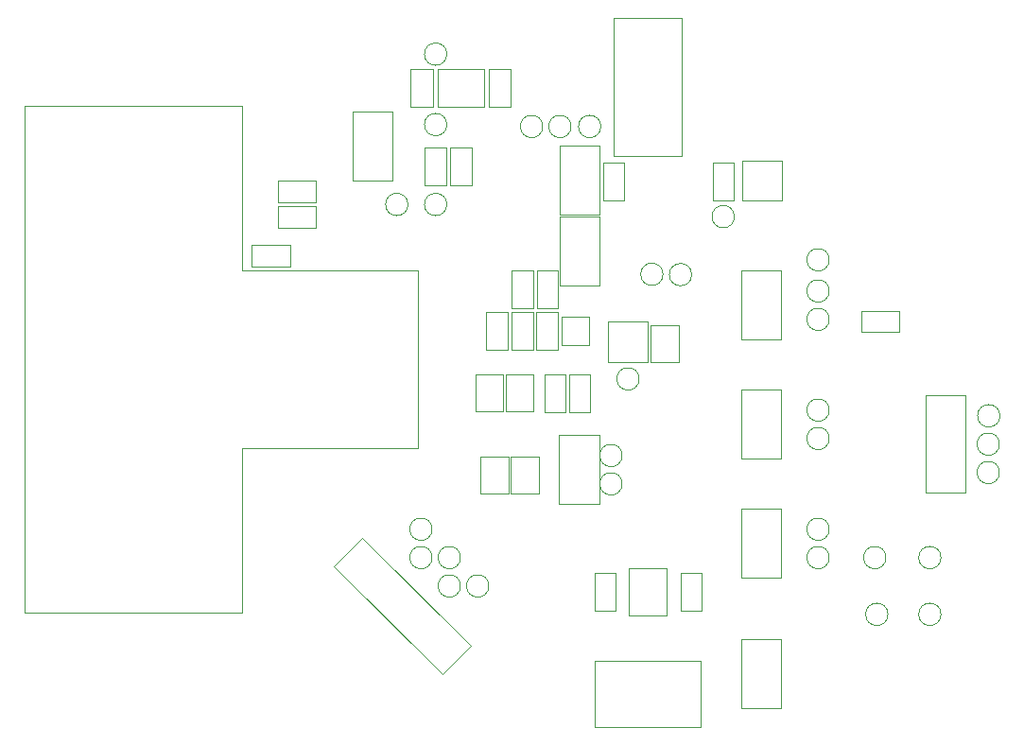
<source format=gbr>
%TF.GenerationSoftware,KiCad,Pcbnew,8.0.2-1*%
%TF.CreationDate,2024-05-17T13:07:53+01:00*%
%TF.ProjectId,Pomodoro_V7,506f6d6f-646f-4726-9f5f-56372e6b6963,rev?*%
%TF.SameCoordinates,Original*%
%TF.FileFunction,Other,User*%
%FSLAX46Y46*%
G04 Gerber Fmt 4.6, Leading zero omitted, Abs format (unit mm)*
G04 Created by KiCad (PCBNEW 8.0.2-1) date 2024-05-17 13:07:53*
%MOMM*%
%LPD*%
G01*
G04 APERTURE LIST*
%ADD10C,0.050000*%
G04 APERTURE END LIST*
D10*
%TO.C,U1*%
X144750000Y-98750000D02*
X144750000Y-96250000D01*
X142250000Y-98750000D02*
X144750000Y-98750000D01*
X144750000Y-96250000D02*
X142250000Y-96250000D01*
X142250000Y-96250000D02*
X142250000Y-98750000D01*
%TO.C,R11*%
X155800000Y-82407500D02*
X157700000Y-82407500D01*
X155800000Y-85767500D02*
X155800000Y-82407500D01*
X157700000Y-82407500D02*
X157700000Y-85767500D01*
X157700000Y-85767500D02*
X155800000Y-85767500D01*
%TO.C,IC1*%
X94200000Y-77300000D02*
X113700000Y-77300000D01*
X94200000Y-122700000D02*
X94200000Y-77300000D01*
X94200000Y-122700000D02*
X113700000Y-122700000D01*
X113700000Y-77300000D02*
X113700000Y-92050000D01*
X113700000Y-92050000D02*
X129450000Y-92050000D01*
X113700000Y-122700000D02*
X113700000Y-107950000D01*
X129450000Y-92050000D02*
X129450000Y-107950000D01*
X129450000Y-107950000D02*
X113700000Y-107950000D01*
%TO.C,JP4*%
X137250000Y-104713000D02*
X137250000Y-101413000D01*
X137250000Y-104713000D02*
X139750000Y-104713000D01*
X139750000Y-101413000D02*
X137250000Y-101413000D01*
X139750000Y-101413000D02*
X139750000Y-104713000D01*
%TO.C,TP6*%
X133220000Y-120320000D02*
G75*
G02*
X131220000Y-120320000I-1000000J0D01*
G01*
X131220000Y-120320000D02*
G75*
G02*
X133220000Y-120320000I1000000J0D01*
G01*
%TO.C,TP9*%
X143126000Y-79172000D02*
G75*
G02*
X141126000Y-79172000I-1000000J0D01*
G01*
X141126000Y-79172000D02*
G75*
G02*
X143126000Y-79172000I1000000J0D01*
G01*
%TO.C,R4*%
X169148000Y-95675000D02*
X172508000Y-95675000D01*
X169148000Y-97575000D02*
X169148000Y-95675000D01*
X172508000Y-95675000D02*
X172508000Y-97575000D01*
X172508000Y-97575000D02*
X169148000Y-97575000D01*
%TO.C,J1*%
X121865849Y-118531020D02*
X131588567Y-128253738D01*
X124411433Y-115985436D02*
X121865849Y-118531020D01*
X131588567Y-128253738D02*
X134134151Y-125708154D01*
X134134151Y-125708154D02*
X124411433Y-115985436D01*
%TO.C,TP11*%
X147698000Y-111176000D02*
G75*
G02*
X145698000Y-111176000I-1000000J0D01*
G01*
X145698000Y-111176000D02*
G75*
G02*
X147698000Y-111176000I1000000J0D01*
G01*
%TO.C,J7*%
X158360000Y-113430000D02*
X158360000Y-119580000D01*
X158360000Y-119580000D02*
X161960000Y-119580000D01*
X161960000Y-113430000D02*
X158360000Y-113430000D01*
X161960000Y-119580000D02*
X161960000Y-113430000D01*
%TO.C,TP29*%
X132000000Y-79000000D02*
G75*
G02*
X130000000Y-79000000I-1000000J0D01*
G01*
X130000000Y-79000000D02*
G75*
G02*
X132000000Y-79000000I1000000J0D01*
G01*
%TO.C,R3*%
X140754000Y-101404000D02*
X142654000Y-101404000D01*
X140754000Y-104764000D02*
X140754000Y-101404000D01*
X142654000Y-101404000D02*
X142654000Y-104764000D01*
X142654000Y-104764000D02*
X140754000Y-104764000D01*
%TO.C,J2*%
X123562000Y-77870000D02*
X123562000Y-84020000D01*
X123562000Y-84020000D02*
X127162000Y-84020000D01*
X127162000Y-77870000D02*
X123562000Y-77870000D01*
X127162000Y-84020000D02*
X127162000Y-77870000D01*
%TO.C,R5*%
X146002000Y-82445000D02*
X147902000Y-82445000D01*
X146002000Y-85805000D02*
X146002000Y-82445000D01*
X147902000Y-82445000D02*
X147902000Y-85805000D01*
X147902000Y-85805000D02*
X146002000Y-85805000D01*
%TO.C,R1*%
X132300000Y-81070000D02*
X134200000Y-81070000D01*
X132300000Y-84430000D02*
X132300000Y-81070000D01*
X134200000Y-81070000D02*
X134200000Y-84430000D01*
X134200000Y-84430000D02*
X132300000Y-84430000D01*
%TO.C,J14*%
X158450000Y-82200000D02*
X158450000Y-85800000D01*
X158450000Y-85800000D02*
X162050000Y-85800000D01*
X162050000Y-82200000D02*
X158450000Y-82200000D01*
X162050000Y-85800000D02*
X162050000Y-82200000D01*
%TO.C,U3*%
X131200000Y-74050000D02*
X131200000Y-77450000D01*
X131200000Y-77450000D02*
X135300000Y-77450000D01*
X135300000Y-74050000D02*
X131200000Y-74050000D01*
X135300000Y-77450000D02*
X135300000Y-74050000D01*
%TO.C,U2*%
X148287500Y-118741500D02*
X148287500Y-122961500D01*
X148287500Y-122961500D02*
X151712500Y-122961500D01*
X151712500Y-118741500D02*
X148287500Y-118741500D01*
X151712500Y-122961500D02*
X151712500Y-118741500D01*
%TO.C,TP23*%
X145793000Y-79172000D02*
G75*
G02*
X143793000Y-79172000I-1000000J0D01*
G01*
X143793000Y-79172000D02*
G75*
G02*
X145793000Y-79172000I1000000J0D01*
G01*
%TO.C,J6*%
X158360000Y-92094000D02*
X158360000Y-98244000D01*
X158360000Y-98244000D02*
X161960000Y-98244000D01*
X161960000Y-92094000D02*
X158360000Y-92094000D01*
X161960000Y-98244000D02*
X161960000Y-92094000D01*
%TO.C,C7*%
X140020000Y-95800000D02*
X141980000Y-95800000D01*
X140020000Y-99200000D02*
X140020000Y-95800000D01*
X141980000Y-95800000D02*
X141980000Y-99200000D01*
X141980000Y-99200000D02*
X140020000Y-99200000D01*
%TO.C,J4*%
X142038000Y-106836000D02*
X142038000Y-112986000D01*
X142038000Y-112986000D02*
X145638000Y-112986000D01*
X145638000Y-106836000D02*
X142038000Y-106836000D01*
X145638000Y-112986000D02*
X145638000Y-106836000D01*
%TO.C,C3*%
X116850000Y-84020000D02*
X120250000Y-84020000D01*
X116850000Y-85980000D02*
X116850000Y-84020000D01*
X120250000Y-84020000D02*
X120250000Y-85980000D01*
X120250000Y-85980000D02*
X116850000Y-85980000D01*
%TO.C,J11*%
X145280000Y-127050000D02*
X154720000Y-127050000D01*
X145280000Y-132950000D02*
X145280000Y-127050000D01*
X154720000Y-127050000D02*
X154720000Y-132950000D01*
X154720000Y-132950000D02*
X145280000Y-132950000D01*
%TO.C,R2*%
X142954000Y-101391500D02*
X144854000Y-101391500D01*
X142954000Y-104751500D02*
X142954000Y-101391500D01*
X144854000Y-101391500D02*
X144854000Y-104751500D01*
X144854000Y-104751500D02*
X142954000Y-104751500D01*
%TO.C,TP14*%
X166240000Y-96444000D02*
G75*
G02*
X164240000Y-96444000I-1000000J0D01*
G01*
X164240000Y-96444000D02*
G75*
G02*
X166240000Y-96444000I1000000J0D01*
G01*
%TO.C,TP25*%
X151360000Y-92410000D02*
G75*
G02*
X149360000Y-92410000I-1000000J0D01*
G01*
X149360000Y-92410000D02*
G75*
G02*
X151360000Y-92410000I1000000J0D01*
G01*
%TO.C,R7*%
X140050000Y-92070000D02*
X141950000Y-92070000D01*
X140050000Y-95430000D02*
X140050000Y-92070000D01*
X141950000Y-92070000D02*
X141950000Y-95430000D01*
X141950000Y-95430000D02*
X140050000Y-95430000D01*
%TO.C,J13*%
X158360000Y-125114000D02*
X158360000Y-131264000D01*
X158360000Y-131264000D02*
X161960000Y-131264000D01*
X161960000Y-125114000D02*
X158360000Y-125114000D01*
X161960000Y-131264000D02*
X161960000Y-125114000D01*
%TO.C,R8*%
X137800000Y-92070000D02*
X139700000Y-92070000D01*
X137800000Y-95430000D02*
X137800000Y-92070000D01*
X139700000Y-92070000D02*
X139700000Y-95430000D01*
X139700000Y-95430000D02*
X137800000Y-95430000D01*
%TO.C,TP17*%
X166240000Y-117780000D02*
G75*
G02*
X164240000Y-117780000I-1000000J0D01*
G01*
X164240000Y-117780000D02*
G75*
G02*
X166240000Y-117780000I1000000J0D01*
G01*
%TO.C,TP20*%
X166240000Y-104572000D02*
G75*
G02*
X164240000Y-104572000I-1000000J0D01*
G01*
X164240000Y-104572000D02*
G75*
G02*
X166240000Y-104572000I1000000J0D01*
G01*
%TO.C,TP1*%
X128521000Y-86157000D02*
G75*
G02*
X126521000Y-86157000I-1000000J0D01*
G01*
X126521000Y-86157000D02*
G75*
G02*
X128521000Y-86157000I1000000J0D01*
G01*
%TO.C,TP30*%
X176250000Y-117780000D02*
G75*
G02*
X174250000Y-117780000I-1000000J0D01*
G01*
X174250000Y-117780000D02*
G75*
G02*
X176250000Y-117780000I1000000J0D01*
G01*
%TO.C,C1*%
X130020000Y-81050000D02*
X131980000Y-81050000D01*
X130020000Y-84450000D02*
X130020000Y-81050000D01*
X131980000Y-81050000D02*
X131980000Y-84450000D01*
X131980000Y-84450000D02*
X130020000Y-84450000D01*
%TO.C,TP13*%
X166240000Y-93904000D02*
G75*
G02*
X164240000Y-93904000I-1000000J0D01*
G01*
X164240000Y-93904000D02*
G75*
G02*
X166240000Y-93904000I1000000J0D01*
G01*
%TO.C,TP18*%
X181480000Y-107620000D02*
G75*
G02*
X179480000Y-107620000I-1000000J0D01*
G01*
X179480000Y-107620000D02*
G75*
G02*
X181480000Y-107620000I1000000J0D01*
G01*
%TO.C,TP35*%
X149222000Y-101778000D02*
G75*
G02*
X147222000Y-101778000I-1000000J0D01*
G01*
X147222000Y-101778000D02*
G75*
G02*
X149222000Y-101778000I1000000J0D01*
G01*
%TO.C,TP3*%
X130680000Y-115240000D02*
G75*
G02*
X128680000Y-115240000I-1000000J0D01*
G01*
X128680000Y-115240000D02*
G75*
G02*
X130680000Y-115240000I1000000J0D01*
G01*
%TO.C,TP34*%
X157750000Y-87250000D02*
G75*
G02*
X155750000Y-87250000I-1000000J0D01*
G01*
X155750000Y-87250000D02*
G75*
G02*
X157750000Y-87250000I1000000J0D01*
G01*
%TO.C,JP2*%
X135034000Y-112049000D02*
X135034000Y-108749000D01*
X135034000Y-112049000D02*
X137534000Y-112049000D01*
X137534000Y-108749000D02*
X135034000Y-108749000D01*
X137534000Y-108749000D02*
X137534000Y-112049000D01*
%TO.C,TP28*%
X132000000Y-72695000D02*
G75*
G02*
X130000000Y-72695000I-1000000J0D01*
G01*
X130000000Y-72695000D02*
G75*
G02*
X132000000Y-72695000I1000000J0D01*
G01*
%TO.C,J15*%
X146422000Y-96676000D02*
X146422000Y-100276000D01*
X146422000Y-100276000D02*
X150022000Y-100276000D01*
X150022000Y-96676000D02*
X146422000Y-96676000D01*
X150022000Y-100276000D02*
X150022000Y-96676000D01*
%TO.C,C5*%
X135520000Y-95800000D02*
X137480000Y-95800000D01*
X135520000Y-99200000D02*
X135520000Y-95800000D01*
X137480000Y-95800000D02*
X137480000Y-99200000D01*
X137480000Y-99200000D02*
X135520000Y-99200000D01*
%TO.C,TP16*%
X181480000Y-110160000D02*
G75*
G02*
X179480000Y-110160000I-1000000J0D01*
G01*
X179480000Y-110160000D02*
G75*
G02*
X181480000Y-110160000I1000000J0D01*
G01*
%TO.C,TP4*%
X130680000Y-117780000D02*
G75*
G02*
X128680000Y-117780000I-1000000J0D01*
G01*
X128680000Y-117780000D02*
G75*
G02*
X130680000Y-117780000I1000000J0D01*
G01*
%TO.C,TP2*%
X132000000Y-86157000D02*
G75*
G02*
X130000000Y-86157000I-1000000J0D01*
G01*
X130000000Y-86157000D02*
G75*
G02*
X132000000Y-86157000I1000000J0D01*
G01*
%TO.C,J3*%
X142104000Y-87273000D02*
X142104000Y-93423000D01*
X142104000Y-93423000D02*
X145704000Y-93423000D01*
X145704000Y-87273000D02*
X142104000Y-87273000D01*
X145704000Y-93423000D02*
X145704000Y-87273000D01*
%TO.C,TP22*%
X166240000Y-91110000D02*
G75*
G02*
X164240000Y-91110000I-1000000J0D01*
G01*
X164240000Y-91110000D02*
G75*
G02*
X166240000Y-91110000I1000000J0D01*
G01*
%TO.C,JP1*%
X137734000Y-112049000D02*
X137734000Y-108749000D01*
X137734000Y-112049000D02*
X140234000Y-112049000D01*
X140234000Y-108749000D02*
X137734000Y-108749000D01*
X140234000Y-108749000D02*
X140234000Y-112049000D01*
%TO.C,TP7*%
X135760000Y-120320000D02*
G75*
G02*
X133760000Y-120320000I-1000000J0D01*
G01*
X133760000Y-120320000D02*
G75*
G02*
X135760000Y-120320000I1000000J0D01*
G01*
%TO.C,JP3*%
X134550000Y-104713000D02*
X134550000Y-101413000D01*
X134550000Y-104713000D02*
X137050000Y-104713000D01*
X137050000Y-101413000D02*
X134550000Y-101413000D01*
X137050000Y-101413000D02*
X137050000Y-104713000D01*
%TO.C,TP19*%
X181530000Y-105080000D02*
G75*
G02*
X179530000Y-105080000I-1000000J0D01*
G01*
X179530000Y-105080000D02*
G75*
G02*
X181530000Y-105080000I1000000J0D01*
G01*
%TO.C,J8*%
X158360000Y-102762000D02*
X158360000Y-108912000D01*
X158360000Y-108912000D02*
X161960000Y-108912000D01*
X161960000Y-102762000D02*
X158360000Y-102762000D01*
X161960000Y-108912000D02*
X161960000Y-102762000D01*
%TO.C,TP32*%
X171320000Y-117780000D02*
G75*
G02*
X169320000Y-117780000I-1000000J0D01*
G01*
X169320000Y-117780000D02*
G75*
G02*
X171320000Y-117780000I1000000J0D01*
G01*
%TO.C,JP5*%
X150274000Y-100253000D02*
X150274000Y-96953000D01*
X150274000Y-100253000D02*
X152774000Y-100253000D01*
X152774000Y-96953000D02*
X150274000Y-96953000D01*
X152774000Y-96953000D02*
X152774000Y-100253000D01*
%TO.C,C9*%
X128770000Y-74050000D02*
X130730000Y-74050000D01*
X128770000Y-77450000D02*
X128770000Y-74050000D01*
X130730000Y-74050000D02*
X130730000Y-77450000D01*
X130730000Y-77450000D02*
X128770000Y-77450000D01*
%TO.C,C6*%
X137770000Y-95800000D02*
X139730000Y-95800000D01*
X137770000Y-99200000D02*
X137770000Y-95800000D01*
X139730000Y-95800000D02*
X139730000Y-99200000D01*
X139730000Y-99200000D02*
X137770000Y-99200000D01*
%TO.C,TP15*%
X166240000Y-115240000D02*
G75*
G02*
X164240000Y-115240000I-1000000J0D01*
G01*
X164240000Y-115240000D02*
G75*
G02*
X166240000Y-115240000I1000000J0D01*
G01*
%TO.C,TP8*%
X140586000Y-79172000D02*
G75*
G02*
X138586000Y-79172000I-1000000J0D01*
G01*
X138586000Y-79172000D02*
G75*
G02*
X140586000Y-79172000I1000000J0D01*
G01*
%TO.C,R9*%
X152950000Y-119171500D02*
X154850000Y-119171500D01*
X152950000Y-122531500D02*
X152950000Y-119171500D01*
X154850000Y-119171500D02*
X154850000Y-122531500D01*
X154850000Y-122531500D02*
X152950000Y-122531500D01*
%TO.C,TP12*%
X147698000Y-108636000D02*
G75*
G02*
X145698000Y-108636000I-1000000J0D01*
G01*
X145698000Y-108636000D02*
G75*
G02*
X147698000Y-108636000I1000000J0D01*
G01*
%TO.C,R10*%
X145250000Y-119171500D02*
X147150000Y-119171500D01*
X145250000Y-122531500D02*
X145250000Y-119171500D01*
X147150000Y-119171500D02*
X147150000Y-122531500D01*
X147150000Y-122531500D02*
X145250000Y-122531500D01*
%TO.C,TP24*%
X153930000Y-92440000D02*
G75*
G02*
X151930000Y-92440000I-1000000J0D01*
G01*
X151930000Y-92440000D02*
G75*
G02*
X153930000Y-92440000I1000000J0D01*
G01*
%TO.C,TP31*%
X176250000Y-122860000D02*
G75*
G02*
X174250000Y-122860000I-1000000J0D01*
G01*
X174250000Y-122860000D02*
G75*
G02*
X176250000Y-122860000I1000000J0D01*
G01*
%TO.C,TP5*%
X133220000Y-117780000D02*
G75*
G02*
X131220000Y-117780000I-1000000J0D01*
G01*
X131220000Y-117780000D02*
G75*
G02*
X133220000Y-117780000I1000000J0D01*
G01*
%TO.C,TP21*%
X166240000Y-107112000D02*
G75*
G02*
X164240000Y-107112000I-1000000J0D01*
G01*
X164240000Y-107112000D02*
G75*
G02*
X166240000Y-107112000I1000000J0D01*
G01*
%TO.C,TP33*%
X171500000Y-122860000D02*
G75*
G02*
X169500000Y-122860000I-1000000J0D01*
G01*
X169500000Y-122860000D02*
G75*
G02*
X171500000Y-122860000I1000000J0D01*
G01*
%TO.C,C8*%
X135770000Y-74050000D02*
X137730000Y-74050000D01*
X135770000Y-77450000D02*
X135770000Y-74050000D01*
X137730000Y-74050000D02*
X137730000Y-77450000D01*
X137730000Y-77450000D02*
X135770000Y-77450000D01*
%TO.C,J12*%
X142104000Y-80928000D02*
X142104000Y-87078000D01*
X142104000Y-87078000D02*
X145704000Y-87078000D01*
X145704000Y-80928000D02*
X142104000Y-80928000D01*
X145704000Y-87078000D02*
X145704000Y-80928000D01*
%TO.C,J5*%
X174870000Y-103280000D02*
X174870000Y-111930000D01*
X174870000Y-111930000D02*
X178470000Y-111930000D01*
X178470000Y-103280000D02*
X174870000Y-103280000D01*
X178470000Y-111930000D02*
X178470000Y-103280000D01*
%TO.C,C4*%
X114550000Y-89770000D02*
X117950000Y-89770000D01*
X114550000Y-91730000D02*
X114550000Y-89770000D01*
X117950000Y-89770000D02*
X117950000Y-91730000D01*
X117950000Y-91730000D02*
X114550000Y-91730000D01*
%TO.C,C2*%
X116850000Y-86270000D02*
X120250000Y-86270000D01*
X116850000Y-88230000D02*
X116850000Y-86270000D01*
X120250000Y-86270000D02*
X120250000Y-88230000D01*
X120250000Y-88230000D02*
X116850000Y-88230000D01*
%TO.C,J10*%
X146925000Y-69450000D02*
X146925000Y-81800000D01*
X146925000Y-81800000D02*
X153075000Y-81800000D01*
X153075000Y-69450000D02*
X146925000Y-69450000D01*
X153075000Y-81800000D02*
X153075000Y-69450000D01*
%TD*%
M02*

</source>
